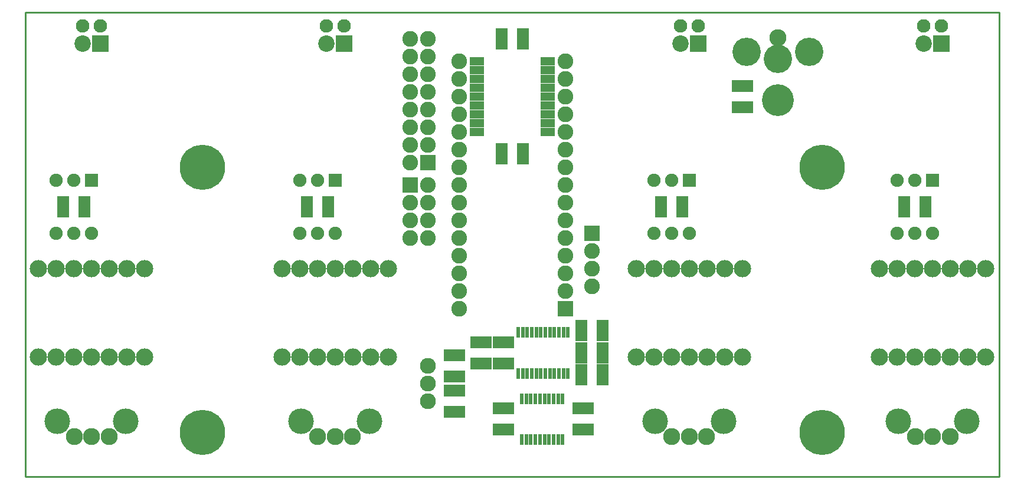
<source format=gbs>
G04 (created by PCBNEW-RS274X (2010-00-09 BZR 23xx)-stable) date Thu 04 Aug 2011 09:52:01 AM PDT*
G01*
G70*
G90*
%MOIN*%
G04 Gerber Fmt 3.4, Leading zero omitted, Abs format*
%FSLAX34Y34*%
G04 APERTURE LIST*
%ADD10C,0.006000*%
%ADD11C,0.009000*%
%ADD12C,0.096000*%
%ADD13C,0.145000*%
%ADD14R,0.089000X0.089000*%
%ADD15C,0.089000*%
%ADD16C,0.090000*%
%ADD17C,0.256000*%
%ADD18R,0.120000X0.070000*%
%ADD19R,0.070000X0.120000*%
%ADD20C,0.160000*%
%ADD21C,0.180000*%
%ADD22R,0.075000X0.075000*%
%ADD23C,0.075000*%
%ADD24R,0.080000X0.045000*%
%ADD25R,0.019700X0.059100*%
%ADD26C,0.098000*%
%ADD27C,0.093000*%
%ADD28R,0.093000X0.093000*%
%ADD29C,0.076000*%
G04 APERTURE END LIST*
G54D10*
G54D11*
X30500Y-55750D02*
X30500Y-29500D01*
X85500Y-55750D02*
X30500Y-55750D01*
X85500Y-29500D02*
X85500Y-55750D01*
X30500Y-29500D02*
X85500Y-29500D01*
G54D12*
X33266Y-53500D03*
X34250Y-53500D03*
X35234Y-53500D03*
G54D13*
X32320Y-52634D03*
X36180Y-52634D03*
G54D12*
X80766Y-53500D03*
X81750Y-53500D03*
X82734Y-53500D03*
G54D13*
X79820Y-52634D03*
X83680Y-52634D03*
G54D12*
X67016Y-53500D03*
X68000Y-53500D03*
X68984Y-53500D03*
G54D13*
X66070Y-52634D03*
X69930Y-52634D03*
G54D12*
X47016Y-53500D03*
X48000Y-53500D03*
X48984Y-53500D03*
G54D13*
X46070Y-52634D03*
X49930Y-52634D03*
G54D14*
X61000Y-46250D03*
G54D15*
X61000Y-45250D03*
X61000Y-44250D03*
X61000Y-43250D03*
X61000Y-42250D03*
X61000Y-41250D03*
X61000Y-40250D03*
X61000Y-39250D03*
X61000Y-38250D03*
X61000Y-37250D03*
X61000Y-36250D03*
X61000Y-35250D03*
X61000Y-34250D03*
X61000Y-33250D03*
X61000Y-32250D03*
X55000Y-32250D03*
X55000Y-33250D03*
X55000Y-34250D03*
X55000Y-35250D03*
X55000Y-36250D03*
X55000Y-37250D03*
X55000Y-38250D03*
X55000Y-39250D03*
X55000Y-40250D03*
X55000Y-41250D03*
X55000Y-42250D03*
X55000Y-43250D03*
X55000Y-44250D03*
X55000Y-45250D03*
X55000Y-46250D03*
G54D16*
X53250Y-51500D03*
X53250Y-50500D03*
X53250Y-49500D03*
G54D14*
X62500Y-42000D03*
G54D15*
X62500Y-43000D03*
X62500Y-44000D03*
X62500Y-45000D03*
G54D17*
X75500Y-38250D03*
X40500Y-53250D03*
X75500Y-53250D03*
X40500Y-38250D03*
G54D14*
X52250Y-39250D03*
G54D15*
X53250Y-39250D03*
X52250Y-40250D03*
X53250Y-40250D03*
X52250Y-41250D03*
X53250Y-41250D03*
X52250Y-42250D03*
X53250Y-42250D03*
G54D18*
X56250Y-49350D03*
X56250Y-48150D03*
X62000Y-53100D03*
X62000Y-51900D03*
G54D19*
X61900Y-47500D03*
X63100Y-47500D03*
G54D18*
X54750Y-52100D03*
X54750Y-50900D03*
X54750Y-48900D03*
X54750Y-50100D03*
X57500Y-53100D03*
X57500Y-51900D03*
X71000Y-34850D03*
X71000Y-33650D03*
G54D19*
X61900Y-48750D03*
X63100Y-48750D03*
X61900Y-50000D03*
X63100Y-50000D03*
G54D18*
X57500Y-49350D03*
X57500Y-48150D03*
G54D12*
X73000Y-30930D03*
G54D20*
X73000Y-32110D03*
G54D21*
X73000Y-34470D03*
G54D20*
X71230Y-31720D03*
X74770Y-31720D03*
G54D22*
X81750Y-39000D03*
G54D23*
X80750Y-39000D03*
X79750Y-39000D03*
X79750Y-42000D03*
X80750Y-42000D03*
X81750Y-42000D03*
G54D22*
X68000Y-39000D03*
G54D23*
X67000Y-39000D03*
X66000Y-39000D03*
X66000Y-42000D03*
X67000Y-42000D03*
X68000Y-42000D03*
G54D22*
X48000Y-39000D03*
G54D23*
X47000Y-39000D03*
X46000Y-39000D03*
X46000Y-42000D03*
X47000Y-42000D03*
X48000Y-42000D03*
G54D22*
X34250Y-39000D03*
G54D23*
X33250Y-39000D03*
X32250Y-39000D03*
X32250Y-42000D03*
X33250Y-42000D03*
X34250Y-42000D03*
G54D19*
X81350Y-40500D03*
X80150Y-40500D03*
X67600Y-40500D03*
X66400Y-40500D03*
X46400Y-40500D03*
X47600Y-40500D03*
X32650Y-40500D03*
X33850Y-40500D03*
X58600Y-31000D03*
X57400Y-31000D03*
G54D24*
X60000Y-32250D03*
X60000Y-32750D03*
X60000Y-33250D03*
X60000Y-33750D03*
X60000Y-34250D03*
X60000Y-34750D03*
X60000Y-35250D03*
X60000Y-35750D03*
X56000Y-35750D03*
X56000Y-35250D03*
X56000Y-34750D03*
X56000Y-34250D03*
X56000Y-33750D03*
X56000Y-33250D03*
X56000Y-32750D03*
X56000Y-32250D03*
X60000Y-36250D03*
X56000Y-36250D03*
G54D25*
X58550Y-51340D03*
X58804Y-51340D03*
X59060Y-51340D03*
X59316Y-51340D03*
X59572Y-51340D03*
X59828Y-51340D03*
X60084Y-51340D03*
X60340Y-51340D03*
X60596Y-51340D03*
X60850Y-51340D03*
X60850Y-53660D03*
X60596Y-53660D03*
X60340Y-53660D03*
X60084Y-53660D03*
X59828Y-53660D03*
X59572Y-53660D03*
X59316Y-53660D03*
X59060Y-53660D03*
X58804Y-53660D03*
X58550Y-53660D03*
X58600Y-47590D03*
X58854Y-47590D03*
X59110Y-47590D03*
X59366Y-47590D03*
X59622Y-47590D03*
X59878Y-47590D03*
X60134Y-47590D03*
X60390Y-47590D03*
X60646Y-47590D03*
X60900Y-47590D03*
X60900Y-49910D03*
X60646Y-49910D03*
X60390Y-49910D03*
X60134Y-49910D03*
X59878Y-49910D03*
X59622Y-49910D03*
X59366Y-49910D03*
X59110Y-49910D03*
X58854Y-49910D03*
X58600Y-49910D03*
X58340Y-47590D03*
X58340Y-49910D03*
X61160Y-47590D03*
X61160Y-49910D03*
G54D15*
X53250Y-37000D03*
X52250Y-37000D03*
X53250Y-36000D03*
X52250Y-36000D03*
X53250Y-35000D03*
X52250Y-35000D03*
X53250Y-34000D03*
X52250Y-34000D03*
X53250Y-33000D03*
X52250Y-33000D03*
X53250Y-32000D03*
X52250Y-32000D03*
G54D14*
X53250Y-38000D03*
G54D15*
X52250Y-38000D03*
X53250Y-31000D03*
X52250Y-31000D03*
G54D26*
X48000Y-44000D03*
X49000Y-44000D03*
X50000Y-44000D03*
X51000Y-44000D03*
X47000Y-44000D03*
X45000Y-44000D03*
X46000Y-44000D03*
X45000Y-49000D03*
X46000Y-49000D03*
X47000Y-49000D03*
X48000Y-49000D03*
X49000Y-49000D03*
X50000Y-49000D03*
X51000Y-49000D03*
X68000Y-44000D03*
X69000Y-44000D03*
X70000Y-44000D03*
X71000Y-44000D03*
X67000Y-44000D03*
X65000Y-44000D03*
X66000Y-44000D03*
X65000Y-49000D03*
X66000Y-49000D03*
X67000Y-49000D03*
X68000Y-49000D03*
X69000Y-49000D03*
X70000Y-49000D03*
X71000Y-49000D03*
X81750Y-44000D03*
X82750Y-44000D03*
X83750Y-44000D03*
X84750Y-44000D03*
X80750Y-44000D03*
X78750Y-44000D03*
X79750Y-44000D03*
X78750Y-49000D03*
X79750Y-49000D03*
X80750Y-49000D03*
X81750Y-49000D03*
X82750Y-49000D03*
X83750Y-49000D03*
X84750Y-49000D03*
X34250Y-44000D03*
X35250Y-44000D03*
X36250Y-44000D03*
X37250Y-44000D03*
X33250Y-44000D03*
X31250Y-44000D03*
X32250Y-44000D03*
X31250Y-49000D03*
X32250Y-49000D03*
X33250Y-49000D03*
X34250Y-49000D03*
X35250Y-49000D03*
X36250Y-49000D03*
X37250Y-49000D03*
G54D19*
X57400Y-37500D03*
X58600Y-37500D03*
G54D27*
X33750Y-31250D03*
G54D28*
X34750Y-31250D03*
G54D29*
X34750Y-30250D03*
X33750Y-30250D03*
G54D27*
X67500Y-31250D03*
G54D28*
X68500Y-31250D03*
G54D29*
X68500Y-30250D03*
X67500Y-30250D03*
G54D27*
X47500Y-31250D03*
G54D28*
X48500Y-31250D03*
G54D29*
X48500Y-30250D03*
X47500Y-30250D03*
G54D27*
X81250Y-31250D03*
G54D28*
X82250Y-31250D03*
G54D29*
X82250Y-30250D03*
X81250Y-30250D03*
M02*

</source>
